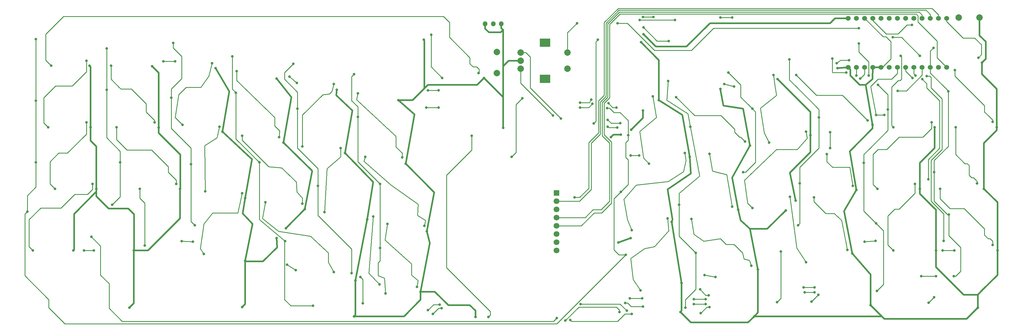
<source format=gbr>
G04 #@! TF.GenerationSoftware,KiCad,Pcbnew,(6.0.2-0)*
G04 #@! TF.CreationDate,2022-02-23T09:44:19+09:00*
G04 #@! TF.ProjectId,aliceball,616c6963-6562-4616-9c6c-2e6b69636164,rev?*
G04 #@! TF.SameCoordinates,Original*
G04 #@! TF.FileFunction,Copper,L1,Top*
G04 #@! TF.FilePolarity,Positive*
%FSLAX46Y46*%
G04 Gerber Fmt 4.6, Leading zero omitted, Abs format (unit mm)*
G04 Created by KiCad (PCBNEW (6.0.2-0)) date 2022-02-23 09:44:19*
%MOMM*%
%LPD*%
G01*
G04 APERTURE LIST*
G04 #@! TA.AperFunction,ComponentPad*
%ADD10R,1.800000X1.800000*%
G04 #@! TD*
G04 #@! TA.AperFunction,ComponentPad*
%ADD11C,1.800000*%
G04 #@! TD*
G04 #@! TA.AperFunction,ComponentPad*
%ADD12C,2.000000*%
G04 #@! TD*
G04 #@! TA.AperFunction,ComponentPad*
%ADD13R,3.200000X2.500000*%
G04 #@! TD*
G04 #@! TA.AperFunction,ComponentPad*
%ADD14O,1.500000X1.500000*%
G04 #@! TD*
G04 #@! TA.AperFunction,ComponentPad*
%ADD15C,1.524000*%
G04 #@! TD*
G04 #@! TA.AperFunction,ViaPad*
%ADD16C,0.800000*%
G04 #@! TD*
G04 #@! TA.AperFunction,Conductor*
%ADD17C,0.250000*%
G04 #@! TD*
G04 #@! TA.AperFunction,Conductor*
%ADD18C,0.500000*%
G04 #@! TD*
G04 APERTURE END LIST*
D10*
X184912000Y-74998000D03*
D11*
X184912000Y-77538000D03*
X184912000Y-80078000D03*
X184912000Y-82618000D03*
X184912000Y-85158000D03*
X184912000Y-87698000D03*
X184912000Y-90238000D03*
X184912000Y-92778000D03*
D12*
X173856000Y-31599500D03*
X173856000Y-34099500D03*
X173856000Y-36599500D03*
D13*
X181356000Y-28499500D03*
X181356000Y-39699500D03*
D12*
X188356000Y-31599500D03*
X188356000Y-36599500D03*
D14*
X167854000Y-22719500D03*
X165354000Y-22719500D03*
X162854000Y-22719500D03*
D12*
X309360500Y-20764500D03*
X315860500Y-20764500D03*
X166497000Y-31421000D03*
X166497000Y-37921000D03*
D15*
X275209000Y-20955000D03*
X275209000Y-36175000D03*
X277749000Y-36175000D03*
X280289000Y-36175000D03*
X282829000Y-36175000D03*
X285369000Y-36175000D03*
X287909000Y-36175000D03*
X290449000Y-36175000D03*
X292989000Y-36175000D03*
X295529000Y-36175000D03*
X298069000Y-36175000D03*
X300609000Y-36175000D03*
X303149000Y-36175000D03*
X305689000Y-36175000D03*
X305689000Y-20955000D03*
X303149000Y-20955000D03*
X300609000Y-20955000D03*
X298069000Y-20955000D03*
X295529000Y-20955000D03*
X292989000Y-20955000D03*
X290449000Y-20955000D03*
X287909000Y-20955000D03*
X285369000Y-20955000D03*
X282829000Y-20955000D03*
X280289000Y-20955000D03*
X277749000Y-20955000D03*
D16*
X145161000Y-43243500D03*
X270248151Y-33408849D03*
X192214500Y-47053500D03*
X148399500Y-43243500D03*
X274598000Y-37719000D03*
X195643500Y-46101000D03*
X171069000Y-63817500D03*
X283845000Y-50863500D03*
X174307500Y-45720000D03*
X207835500Y-63436500D03*
X286321500Y-50863500D03*
X210502500Y-63436500D03*
X299977000Y-70736000D03*
X295084500Y-39433500D03*
X298132500Y-39814500D03*
X299466000Y-38862000D03*
X304739500Y-89786000D03*
X68961000Y-89916000D03*
X72390000Y-90106500D03*
X280225500Y-90106500D03*
X296037000Y-38671500D03*
X283647199Y-89810637D03*
X79438500Y-36385500D03*
X253365000Y-39814500D03*
X321373500Y-92773500D03*
X315277500Y-110490000D03*
X277749000Y-74104500D03*
X241173000Y-80200500D03*
X244792500Y-60388500D03*
X247269000Y-98679000D03*
X52768500Y-110490000D03*
X98298000Y-39624000D03*
X35433000Y-92773500D03*
X119443500Y-62674500D03*
X235648500Y-42862500D03*
X321183000Y-54673500D03*
X220599000Y-84010500D03*
X255841500Y-80391000D03*
X126301500Y-83248500D03*
X223647000Y-102870000D03*
X116967000Y-43053000D03*
X168402000Y-54864000D03*
X297370500Y-73723500D03*
X136017000Y-46291500D03*
X301942500Y-54673500D03*
X207835500Y-88963500D03*
X87630000Y-110299500D03*
X100393500Y-59436000D03*
X122301000Y-113157000D03*
X208026000Y-55435500D03*
X143827500Y-27622500D03*
X258889500Y-77343000D03*
X81534000Y-56007000D03*
X162496500Y-39433500D03*
X107061000Y-80010000D03*
X223266000Y-111823500D03*
X211074000Y-28384500D03*
X144780000Y-86868000D03*
X282130500Y-109728000D03*
X88582500Y-96012000D03*
X263461500Y-57150000D03*
X59817000Y-35814000D03*
X316611000Y-34671000D03*
X271843500Y-36385500D03*
X98298000Y-88963500D03*
X54102000Y-92773500D03*
X282702000Y-53911500D03*
X40767000Y-54673500D03*
X204787500Y-56959500D03*
X68389500Y-73723500D03*
X101155500Y-85915500D03*
X142875000Y-105537000D03*
X138303000Y-65913000D03*
X246126000Y-113157000D03*
X40386000Y-35623500D03*
X61824521Y-54761479D03*
X204025500Y-90297000D03*
X159829500Y-113347500D03*
X276415500Y-93726000D03*
X42481500Y-73723500D03*
X211645500Y-49530000D03*
X88582500Y-76581000D03*
X216598500Y-46291500D03*
X122682000Y-102108000D03*
X302323500Y-92773500D03*
X317182500Y-73723500D03*
X201739500Y-57721500D03*
X226123500Y-63817500D03*
X211836000Y-25908000D03*
X315468000Y-33147000D03*
X308229000Y-36957000D03*
X319849500Y-52959000D03*
X315087000Y-72009000D03*
X308419500Y-54673500D03*
X303657000Y-73723500D03*
X319849500Y-91059000D03*
X308038500Y-92773500D03*
X304419000Y-92773500D03*
X289179000Y-92773500D03*
X295846500Y-72199500D03*
X300990000Y-53149500D03*
X284226000Y-73723500D03*
X289179000Y-54673500D03*
X291465000Y-32575500D03*
X275463000Y-33909000D03*
X271653000Y-34861500D03*
X281178000Y-52578000D03*
X259080000Y-38481000D03*
X268605000Y-62952500D03*
X269580858Y-61093141D03*
X269557500Y-56197500D03*
X276606000Y-72771000D03*
X274891500Y-92583000D03*
X264604500Y-76390500D03*
X257175000Y-76200000D03*
X262128000Y-96393000D03*
X245554500Y-79629000D03*
X262128000Y-56007000D03*
X252031500Y-38481000D03*
X250698000Y-59436000D03*
X236791500Y-41338500D03*
X239839500Y-42100500D03*
X243268500Y-59055000D03*
X221932500Y-45339000D03*
X232219500Y-62865000D03*
X239268000Y-79248000D03*
X226695000Y-83058000D03*
X245173500Y-97536000D03*
X234124500Y-100965000D03*
X230695500Y-100393500D03*
X210883500Y-105156000D03*
X219265500Y-82867500D03*
X224599500Y-62674500D03*
X208216500Y-86487000D03*
X213550500Y-65913000D03*
X214693500Y-45148500D03*
X203454000Y-48577500D03*
X196024500Y-47434500D03*
X192214500Y-48577500D03*
X144589500Y-48577500D03*
X200977500Y-47244000D03*
X148399500Y-48577500D03*
X137160000Y-64008000D03*
X123444000Y-44196000D03*
X125730000Y-63817500D03*
X144018000Y-85153500D03*
X132588000Y-84582000D03*
X141732000Y-104013000D03*
X130111500Y-103251000D03*
X128206500Y-82296000D03*
X118110000Y-61150500D03*
X113157000Y-80962500D03*
X116014500Y-41338500D03*
X106299000Y-60579000D03*
X102298500Y-39052500D03*
X104584500Y-40957500D03*
X85915500Y-37338000D03*
X99060000Y-57721500D03*
X106299000Y-78295500D03*
X87630000Y-57340500D03*
X116014500Y-99441000D03*
X94869000Y-77914500D03*
X104203500Y-98869500D03*
X101536500Y-97155000D03*
X75819000Y-93916500D03*
X87630000Y-75057000D03*
X80581500Y-54483000D03*
X76200000Y-74485500D03*
X69151500Y-53911500D03*
X78295500Y-34861500D03*
X63246000Y-34290000D03*
X66865500Y-34290000D03*
X60579000Y-53149500D03*
X47053500Y-35623500D03*
X48768000Y-54673500D03*
X67246500Y-72199500D03*
X56007000Y-73723500D03*
X57531000Y-91249500D03*
X38671500Y-92773500D03*
X41719500Y-92773500D03*
X41338500Y-72199500D03*
X22860000Y-92773500D03*
X39433500Y-53149500D03*
X29718000Y-73723500D03*
X39433500Y-34099500D03*
X27622500Y-54673500D03*
X160782000Y-37909500D03*
X28575000Y-35623500D03*
X149542500Y-39433500D03*
X146113500Y-26098500D03*
X197739000Y-27622500D03*
X196405500Y-53530500D03*
X158686500Y-57340500D03*
X163830000Y-113347500D03*
X204406500Y-111823500D03*
X187642500Y-114490500D03*
X232219500Y-110299500D03*
X229552500Y-112204500D03*
X265938000Y-106489500D03*
X263842500Y-108585000D03*
X300037500Y-108966000D03*
X301752000Y-107251500D03*
X206311500Y-94107000D03*
X207073500Y-57150000D03*
X23812500Y-46482000D03*
X200596500Y-48768000D03*
X204787500Y-74676000D03*
X21145500Y-80772000D03*
X23812500Y-65532000D03*
X23812500Y-27432000D03*
X208216500Y-112395000D03*
X40957500Y-88582500D03*
X45720000Y-43053000D03*
X224790000Y-110490000D03*
X189166500Y-114300000D03*
X219456000Y-40386000D03*
X228028500Y-93535500D03*
X49911000Y-65532000D03*
X211645500Y-20574000D03*
X222885000Y-78676500D03*
X214884000Y-20574000D03*
X45720000Y-30289500D03*
X47434500Y-78676500D03*
X226306062Y-54490938D03*
X184975500Y-113728500D03*
X72961500Y-84963000D03*
X221551500Y-21526500D03*
X65722500Y-45529500D03*
X210693000Y-21526500D03*
X238125000Y-37719000D03*
X66294000Y-28575000D03*
X242697000Y-68580000D03*
X71818500Y-66103500D03*
X245554500Y-48958500D03*
X219646500Y-28003500D03*
X149352000Y-110680500D03*
X109537500Y-109918500D03*
X85725000Y-44005500D03*
X253174500Y-108775500D03*
X235648500Y-20764500D03*
X84582000Y-32766000D03*
X239268000Y-20764500D03*
X100965000Y-89916000D03*
X192405000Y-109347000D03*
X259651500Y-84963000D03*
X227457000Y-109347000D03*
X256984500Y-33718500D03*
X260223000Y-72009000D03*
X266128500Y-51625500D03*
X231076500Y-109347000D03*
X92964000Y-65532000D03*
X146685000Y-112395000D03*
X206692500Y-111442500D03*
X211836000Y-23812500D03*
X254317500Y-93154500D03*
X264795000Y-105727500D03*
X231076500Y-107823000D03*
X121539000Y-99822000D03*
X261747000Y-105727500D03*
X284416500Y-41529000D03*
X124968000Y-109156500D03*
X287464500Y-49149000D03*
X211645500Y-110109000D03*
X145161000Y-111252000D03*
X206216250Y-109061250D03*
X111061500Y-72771000D03*
X283845000Y-84391500D03*
X104775000Y-48958500D03*
X148780500Y-109537500D03*
X227457000Y-107823000D03*
X103441500Y-35052000D03*
X290512500Y-43434000D03*
X278511000Y-28765500D03*
X281559000Y-38671500D03*
X280035000Y-65722500D03*
X124206000Y-100965000D03*
X284035500Y-105346500D03*
X297751500Y-100774500D03*
X261366000Y-104203500D03*
X130302000Y-92011500D03*
X122301000Y-38290500D03*
X232029000Y-106680000D03*
X302323500Y-100774500D03*
X301561500Y-30099000D03*
X264795000Y-104203500D03*
X123444000Y-51435000D03*
X207645000Y-107632500D03*
X130302000Y-72199500D03*
X229362000Y-104775000D03*
X306133500Y-43624500D03*
X307848000Y-100774500D03*
X301752000Y-68580000D03*
X306324000Y-81724500D03*
X211455000Y-107632500D03*
X132016500Y-106108500D03*
X297370500Y-32575500D03*
X203835000Y-22479000D03*
X191262000Y-22479000D03*
X288988500Y-26860500D03*
X278511000Y-24003000D03*
X186309000Y-52006500D03*
X278892000Y-39624000D03*
X203746872Y-54775872D03*
X200787000Y-54483000D03*
X204693854Y-53433646D03*
X277749000Y-38671500D03*
X183832500Y-51054000D03*
X200787000Y-52387500D03*
X294894000Y-23050500D03*
X190500000Y-76390500D03*
D17*
X245554500Y-79629000D02*
X244030500Y-78105000D01*
X244030500Y-77914500D02*
X243078000Y-71247000D01*
X244030500Y-78105000D02*
X244030500Y-77914500D01*
X243078000Y-71247000D02*
X243078000Y-71056500D01*
X243078000Y-71056500D02*
X252984000Y-61531500D01*
X252984000Y-61531500D02*
X259461000Y-61531500D01*
X259461000Y-61531500D02*
X262509000Y-58102500D01*
X262509000Y-58102500D02*
X262128000Y-56007000D01*
X276606000Y-72771000D02*
X275653500Y-67056000D01*
X268605000Y-65341500D02*
X268605000Y-62952500D01*
X275653500Y-67056000D02*
X270319500Y-67056000D01*
X270319500Y-67056000D02*
X268605000Y-65341500D01*
X202311000Y-48577500D02*
X200977500Y-47244000D01*
X203454000Y-48577500D02*
X202311000Y-48577500D01*
X200787000Y-52387500D02*
X201833146Y-53433646D01*
X201833146Y-53433646D02*
X204693854Y-53433646D01*
X300609000Y-20955000D02*
X300609000Y-19812000D01*
X198501000Y-56769000D02*
X195643500Y-59626500D01*
X299275500Y-18478500D02*
X204216000Y-18478500D01*
X195643500Y-59626500D02*
X195643500Y-73914000D01*
X204216000Y-18478500D02*
X200215500Y-22479000D01*
X200215500Y-22479000D02*
X200215500Y-45148500D01*
X300609000Y-19812000D02*
X299275500Y-18478500D01*
X198501000Y-46863000D02*
X198501000Y-56769000D01*
X200215500Y-45148500D02*
X198501000Y-46863000D01*
X195643500Y-73914000D02*
X192019500Y-77538000D01*
X192019500Y-77538000D02*
X184912000Y-77538000D01*
X303149000Y-20955000D02*
X303149000Y-19875500D01*
X303149000Y-19875500D02*
X301180500Y-17907000D01*
X197929500Y-46482000D02*
X197929500Y-56388000D01*
X197929500Y-56388000D02*
X194881500Y-59436000D01*
X301180500Y-17907000D02*
X204025500Y-17907000D01*
X199644000Y-22288500D02*
X199644000Y-44767500D01*
X204025500Y-17907000D02*
X199644000Y-22288500D01*
X194881500Y-59436000D02*
X194881500Y-73533000D01*
X199644000Y-44767500D02*
X197929500Y-46482000D01*
X194881500Y-73533000D02*
X192024000Y-76390500D01*
X192024000Y-76390500D02*
X190500000Y-76390500D01*
X246507000Y-65532000D02*
X243459000Y-68580000D01*
X208216500Y-112395000D02*
X206121000Y-112395000D01*
X206121000Y-112395000D02*
X203835000Y-114681000D01*
X203835000Y-114681000D02*
X189547500Y-114681000D01*
X189547500Y-114681000D02*
X189166500Y-114300000D01*
X199644000Y-52387500D02*
X199644000Y-56959500D01*
X195643500Y-46101000D02*
X195072000Y-47053500D01*
X274598000Y-37719000D02*
X270319500Y-37719000D01*
X145161000Y-43243500D02*
X148399500Y-43243500D01*
X270319500Y-37719000D02*
X270248151Y-37647651D01*
X270248151Y-37647651D02*
X270248151Y-33408849D01*
X195072000Y-47053500D02*
X192214500Y-47053500D01*
X282130500Y-42100500D02*
X283845000Y-50863500D01*
X286321500Y-50863500D02*
X283845000Y-50863500D01*
X210502500Y-63436500D02*
X207835500Y-63436500D01*
X284416500Y-39814500D02*
X282130500Y-42100500D01*
X172402500Y-62484000D02*
X172402500Y-62103000D01*
X288607500Y-39814500D02*
X284416500Y-39814500D01*
X290449000Y-36175000D02*
X290449000Y-37973000D01*
X172402500Y-47625000D02*
X174307500Y-45720000D01*
X171069000Y-63817500D02*
X172402500Y-62484000D01*
X172402500Y-62103000D02*
X172402500Y-47625000D01*
X290449000Y-37973000D02*
X288607500Y-39814500D01*
X298132500Y-39814500D02*
X299499021Y-41181021D01*
X292989000Y-37338000D02*
X295084500Y-39433500D01*
X303466500Y-61150500D02*
X299977000Y-64640000D01*
X303466500Y-46482000D02*
X303466500Y-61150500D01*
X299977000Y-64640000D02*
X299977000Y-70736000D01*
X292989000Y-36175000D02*
X292989000Y-37338000D01*
X299499021Y-42514521D02*
X303466500Y-46482000D01*
X299499021Y-41181021D02*
X299499021Y-42514521D01*
X304228500Y-45910500D02*
X304228500Y-61531500D01*
X295529000Y-38163500D02*
X296037000Y-38671500D01*
X300799500Y-42481500D02*
X304228500Y-45910500D01*
X300418500Y-38862000D02*
X300799500Y-39243000D01*
X299466000Y-38862000D02*
X300418500Y-38862000D01*
X68961000Y-89916000D02*
X72390000Y-90106500D01*
X304228500Y-61531500D02*
X300799500Y-64960500D01*
X300799500Y-39243000D02*
X300799500Y-42481500D01*
X295529000Y-36175000D02*
X295529000Y-38163500D01*
X304739500Y-81473500D02*
X304739500Y-89786000D01*
X280225500Y-90106500D02*
X283647199Y-89810637D01*
X300799500Y-64960500D02*
X300799500Y-77533500D01*
X300799500Y-77533500D02*
X304739500Y-81473500D01*
D18*
X162854000Y-24170000D02*
X164020500Y-25336500D01*
X321183000Y-55626000D02*
X317944500Y-58864500D01*
X250126500Y-86106000D02*
X244792500Y-86106000D01*
X35623500Y-82296000D02*
X35623500Y-92583000D01*
X302323500Y-80200500D02*
X302323500Y-92773500D01*
D17*
X280289000Y-20955000D02*
X286004000Y-26670000D01*
D18*
X35623500Y-92583000D02*
X35433000Y-92773500D01*
X158115000Y-109728000D02*
X151447500Y-109728000D01*
X278701500Y-41529000D02*
X280606500Y-41529000D01*
X54102000Y-92773500D02*
X54204521Y-92670979D01*
X244221000Y-115062000D02*
X246126000Y-113157000D01*
X40767000Y-58864500D02*
X42481500Y-60579000D01*
X159829500Y-113347500D02*
X159829500Y-111442500D01*
X297370500Y-75247500D02*
X301752000Y-79629000D01*
X317182500Y-59626500D02*
X317182500Y-73723500D01*
D17*
X286893000Y-26670000D02*
X288417000Y-28194000D01*
D18*
X122682000Y-112776000D02*
X122301000Y-113157000D01*
X42481500Y-73723500D02*
X42481500Y-74676000D01*
X223266000Y-111823500D02*
X226504500Y-115062000D01*
X297370500Y-73723500D02*
X297370500Y-75247500D01*
X317754000Y-33528000D02*
X316611000Y-34671000D01*
X35623500Y-81534000D02*
X35623500Y-82296000D01*
X219265500Y-73914000D02*
X220789500Y-83248500D01*
X68389500Y-73723500D02*
X68389500Y-82867500D01*
X263461500Y-62388750D02*
X257175000Y-68770500D01*
X151447500Y-109728000D02*
X147256500Y-105537000D01*
X94107000Y-96202500D02*
X88773000Y-96202500D01*
X246126000Y-113157000D02*
X285559500Y-113157000D01*
X87820500Y-81343500D02*
X90868500Y-84582000D01*
X302323500Y-97917000D02*
X310896000Y-106489500D01*
X244792500Y-86106000D02*
X247269000Y-98679000D01*
D17*
X285770000Y-36175000D02*
X285369000Y-36175000D01*
D18*
X144018000Y-27813000D02*
X144018000Y-42672000D01*
X321373500Y-100393500D02*
X316611000Y-105156000D01*
X46291500Y-79819500D02*
X42481500Y-76009500D01*
X58483500Y-92773500D02*
X54102000Y-92773500D01*
X255841500Y-80391000D02*
X250126500Y-86106000D01*
X107061000Y-80010000D02*
X101155500Y-85915500D01*
X121729500Y-49530000D02*
X116776500Y-44767500D01*
X137731500Y-113157000D02*
X142875000Y-108013500D01*
X167640000Y-25336500D02*
X168402000Y-24574500D01*
X128206500Y-71628000D02*
X119443500Y-62674500D01*
X142875000Y-105537000D02*
X145732500Y-90487500D01*
X54204521Y-81636521D02*
X52387500Y-79819500D01*
X315860500Y-20764500D02*
X315860500Y-26300500D01*
X145732500Y-90487500D02*
X144780000Y-86868000D01*
X42481500Y-60579000D02*
X42481500Y-73723500D01*
X316611000Y-38290500D02*
X320230500Y-41910000D01*
X88773000Y-96202500D02*
X88582500Y-96012000D01*
X40767000Y-54673500D02*
X40767000Y-58864500D01*
X102870000Y-45339000D02*
X98298000Y-39624000D01*
X140398500Y-46291500D02*
X136017000Y-46291500D01*
X159829500Y-111442500D02*
X158115000Y-109728000D01*
X285559500Y-113157000D02*
X286321500Y-113919000D01*
X68389500Y-82867500D02*
X58483500Y-92773500D01*
X257175000Y-68770500D02*
X258889500Y-77343000D01*
X61824521Y-56490521D02*
X68492021Y-63158021D01*
X247269000Y-112014000D02*
X246126000Y-113157000D01*
X83629500Y-43624500D02*
X81534000Y-56007000D01*
X275844000Y-36810000D02*
X275844000Y-38671500D01*
X42481500Y-74676000D02*
X42291000Y-74866500D01*
X40386000Y-35623500D02*
X40767000Y-36004500D01*
X276415500Y-93726000D02*
X273939000Y-80581500D01*
X122301000Y-113157000D02*
X137731500Y-113157000D01*
X321373500Y-92773500D02*
X321373500Y-100393500D01*
X109347000Y-68199000D02*
X109156500Y-68008500D01*
X164020500Y-25336500D02*
X167640000Y-25336500D01*
X40767000Y-36004500D02*
X40767000Y-54673500D01*
X204787500Y-56959500D02*
X202501500Y-56959500D01*
X100393500Y-59436000D02*
X102489000Y-47815500D01*
X147066000Y-74866500D02*
X144780000Y-86868000D01*
X102489000Y-47815500D02*
X102870000Y-45339000D01*
X223647000Y-102870000D02*
X223647000Y-111442500D01*
X235648500Y-43053000D02*
X236601000Y-48006000D01*
X61824521Y-54761479D02*
X61824521Y-56490521D01*
X277749000Y-74104500D02*
X275653500Y-62103000D01*
X122682000Y-102108000D02*
X126301500Y-83248500D01*
X126301500Y-83248500D02*
X128206500Y-71628000D01*
X317754000Y-28194000D02*
X317754000Y-33528000D01*
X282702000Y-53911500D02*
X282702000Y-55054500D01*
X107061000Y-80010000D02*
X109347000Y-68199000D01*
X275209000Y-36175000D02*
X275844000Y-36810000D01*
X275844000Y-38671500D02*
X278701500Y-41529000D01*
X220599000Y-84010500D02*
X223647000Y-102870000D01*
X316611000Y-34671000D02*
X316611000Y-38290500D01*
X235648500Y-42862500D02*
X235648500Y-43053000D01*
X315860500Y-26300500D02*
X317754000Y-28194000D01*
X202501500Y-56959500D02*
X201739500Y-57721500D01*
X168402000Y-35814000D02*
X168402000Y-24574500D01*
X122682000Y-102108000D02*
X122682000Y-112776000D01*
X247269000Y-98679000D02*
X247269000Y-112014000D01*
X271843500Y-36385500D02*
X275209000Y-36175000D01*
X59817000Y-35814000D02*
X61824521Y-37821521D01*
X168402000Y-45339000D02*
X168402000Y-54864000D01*
X242697000Y-48958500D02*
X244792500Y-60388500D01*
X140970000Y-50673000D02*
X136017000Y-46291500D01*
X253365000Y-39814500D02*
X263461500Y-49911000D01*
X310896000Y-106489500D02*
X315277500Y-106489500D01*
X317944500Y-58864500D02*
X317182500Y-59626500D01*
X302323500Y-92773500D02*
X302323500Y-97917000D01*
X42481500Y-76009500D02*
X42481500Y-74676000D01*
X282829000Y-36175000D02*
X282702000Y-39814500D01*
X321183000Y-42862500D02*
X321183000Y-54673500D01*
X162496500Y-39433500D02*
X168402000Y-45339000D01*
X320230500Y-41910000D02*
X321183000Y-42862500D01*
X54102000Y-109156500D02*
X52768500Y-110490000D01*
X236601000Y-48006000D02*
X242697000Y-48958500D01*
X144018000Y-42672000D02*
X140398500Y-46291500D01*
X170116500Y-34099500D02*
X173856000Y-34099500D01*
X88582500Y-96012000D02*
X88582500Y-109347000D01*
X42291000Y-74866500D02*
X35623500Y-81534000D01*
X88582500Y-76581000D02*
X87820500Y-81343500D01*
X204025500Y-90297000D02*
X207835500Y-88963500D01*
D17*
X286004000Y-26670000D02*
X286893000Y-26670000D01*
D18*
X241173000Y-80200500D02*
X241935000Y-83439000D01*
X208026000Y-55435500D02*
X211645500Y-51816000D01*
X142875000Y-108013500D02*
X142875000Y-105537000D01*
X61824521Y-37821521D02*
X61824521Y-54761479D01*
X98298000Y-88963500D02*
X98488500Y-91821000D01*
X301942500Y-54673500D02*
X301942500Y-61150500D01*
X79438500Y-36385500D02*
X83629500Y-43624500D01*
X321183000Y-54673500D02*
X321183000Y-55626000D01*
X54204521Y-92670979D02*
X54204521Y-81636521D01*
X282130500Y-109728000D02*
X286321500Y-113919000D01*
X81534000Y-56007000D02*
X90678000Y-64579500D01*
X144018000Y-42672000D02*
X145161000Y-41529000D01*
X119443500Y-62674500D02*
X121729500Y-49530000D01*
X276415500Y-93726000D02*
X282130500Y-100203000D01*
X282702000Y-55054500D02*
X275653500Y-62103000D01*
X263461500Y-57150000D02*
X263461500Y-62388750D01*
X162854000Y-22719500D02*
X162854000Y-24170000D01*
X168402000Y-45339000D02*
X168402000Y-35814000D01*
X147256500Y-105537000D02*
X142875000Y-105537000D01*
X273939000Y-80581500D02*
X277749000Y-74104500D01*
X90678000Y-64579500D02*
X88582500Y-76581000D01*
X321373500Y-77914500D02*
X321373500Y-92773500D01*
X223837500Y-50863500D02*
X216598500Y-46291500D01*
X297370500Y-65722500D02*
X297370500Y-73723500D01*
X239268000Y-70294500D02*
X244792500Y-60388500D01*
X167854000Y-24026500D02*
X167854000Y-22719500D01*
X168402000Y-24574500D02*
X167854000Y-24026500D01*
X226504500Y-68961000D02*
X219265500Y-73914000D01*
X168402000Y-35814000D02*
X170116500Y-34099500D01*
X54102000Y-92773500D02*
X54102000Y-109156500D01*
D17*
X288417000Y-33528000D02*
X285770000Y-36175000D01*
D18*
X211074000Y-28384500D02*
X216598500Y-33909000D01*
X52387500Y-79819500D02*
X46291500Y-79819500D01*
X211645500Y-51816000D02*
X211645500Y-49530000D01*
X145161000Y-41529000D02*
X160401000Y-41529000D01*
X241935000Y-83439000D02*
X244792500Y-86106000D01*
X90868500Y-84582000D02*
X88582500Y-96012000D01*
X226504500Y-115062000D02*
X244221000Y-115062000D01*
X109156500Y-68008500D02*
X100393500Y-59436000D01*
X297561000Y-65532000D02*
X297370500Y-65722500D01*
X226123500Y-63817500D02*
X226504500Y-68961000D01*
X317182500Y-73723500D02*
X321373500Y-77914500D01*
X216598500Y-33909000D02*
X216598500Y-46291500D01*
X143827500Y-27622500D02*
X144018000Y-27813000D01*
X301942500Y-61150500D02*
X297561000Y-65532000D01*
X68492021Y-73620979D02*
X68389500Y-73723500D01*
X301752000Y-79629000D02*
X302323500Y-80200500D01*
X98488500Y-91821000D02*
X94107000Y-96202500D01*
X315277500Y-106489500D02*
X315277500Y-110490000D01*
X138303000Y-65913000D02*
X147066000Y-74866500D01*
X68492021Y-63158021D02*
X68492021Y-73620979D01*
X220789500Y-83248500D02*
X220599000Y-84010500D01*
X88582500Y-109347000D02*
X87630000Y-110299500D01*
X316611000Y-105156000D02*
X315277500Y-106489500D01*
X138303000Y-65913000D02*
X140970000Y-50673000D01*
X311848500Y-113919000D02*
X315277500Y-110490000D01*
X282829000Y-36175000D02*
X285369000Y-36175000D01*
D17*
X288417000Y-28194000D02*
X288417000Y-33528000D01*
D18*
X223647000Y-111442500D02*
X223266000Y-111823500D01*
X282130500Y-100203000D02*
X282130500Y-109728000D01*
X226123500Y-63817500D02*
X223837500Y-50863500D01*
X280606500Y-41529000D02*
X282702000Y-53911500D01*
X286321500Y-113919000D02*
X311848500Y-113919000D01*
X160401000Y-41529000D02*
X162496500Y-39433500D01*
X241173000Y-80200500D02*
X239268000Y-70294500D01*
X263461500Y-49911000D02*
X263461500Y-57150000D01*
X282702000Y-39814500D02*
X280606500Y-41529000D01*
X116776500Y-44767500D02*
X116967000Y-43053000D01*
X271081500Y-20955000D02*
X275209000Y-20955000D01*
X269557500Y-22479000D02*
X271081500Y-20955000D01*
X211836000Y-25908000D02*
X215646000Y-29718000D01*
X215646000Y-29718000D02*
X225171000Y-29718000D01*
X232410000Y-22479000D02*
X269557500Y-22479000D01*
X225171000Y-29718000D02*
X232410000Y-22479000D01*
D17*
X305689000Y-20955000D02*
X305689000Y-22032630D01*
X312229500Y-27051000D02*
X314325000Y-27051000D01*
X316420500Y-29146500D02*
X316420500Y-32194500D01*
X310707370Y-27051000D02*
X312229500Y-27051000D01*
X316420500Y-32194500D02*
X315468000Y-33147000D01*
X314325000Y-27051000D02*
X316420500Y-29146500D01*
X305689000Y-22032630D02*
X310707370Y-27051000D01*
X308229000Y-38862000D02*
X317373000Y-48006000D01*
X317373000Y-48006000D02*
X317373000Y-49911000D01*
X318706500Y-51244500D02*
X319849500Y-52387500D01*
X308229000Y-36957000D02*
X308229000Y-38862000D01*
X319849500Y-52387500D02*
X319849500Y-52959000D01*
X317373000Y-49911000D02*
X318706500Y-51244500D01*
X308419500Y-54673500D02*
X308419500Y-63055500D01*
X313944000Y-70294500D02*
X314706000Y-71056500D01*
X314706000Y-71056500D02*
X315087000Y-71437500D01*
X308419500Y-63055500D02*
X311277000Y-65913000D01*
X312610500Y-66484500D02*
X312610500Y-69532500D01*
X313753500Y-70294500D02*
X313944000Y-70294500D01*
X313372500Y-70294500D02*
X313753500Y-70294500D01*
X315087000Y-71437500D02*
X315087000Y-72009000D01*
X312610500Y-69532500D02*
X313372500Y-70294500D01*
X312039000Y-65913000D02*
X312610500Y-66484500D01*
X311277000Y-65913000D02*
X312039000Y-65913000D01*
X303657000Y-76771500D02*
X306705000Y-79819500D01*
X303657000Y-73723500D02*
X303657000Y-76771500D01*
X311086500Y-79819500D02*
X317373000Y-86106000D01*
X318516000Y-89154000D02*
X319087500Y-89154000D01*
X317373000Y-88011000D02*
X318516000Y-89154000D01*
X319849500Y-89916000D02*
X319849500Y-91059000D01*
X319087500Y-89154000D02*
X319849500Y-89916000D01*
X317373000Y-86106000D02*
X317373000Y-88011000D01*
X306705000Y-79819500D02*
X311086500Y-79819500D01*
X308038500Y-92773500D02*
X304419000Y-92773500D01*
X288607500Y-80962500D02*
X289560000Y-80010000D01*
X289179000Y-92773500D02*
X287464500Y-91059000D01*
X295846500Y-75057000D02*
X295846500Y-72199500D01*
X287464500Y-82105500D02*
X288607500Y-80962500D01*
X289560000Y-80010000D02*
X290893500Y-80010000D01*
X287464500Y-91059000D02*
X287464500Y-86677500D01*
X287464500Y-86677500D02*
X287464500Y-82105500D01*
X290893500Y-80010000D02*
X295846500Y-75057000D01*
X287083500Y-61531500D02*
X290893500Y-57721500D01*
X298323000Y-57721500D02*
X300990000Y-55054500D01*
X284226000Y-73723500D02*
X282892500Y-72390000D01*
X282892500Y-72390000D02*
X282892500Y-63055500D01*
X282892500Y-63055500D02*
X284416500Y-61531500D01*
X284416500Y-61531500D02*
X287083500Y-61531500D01*
X290893500Y-57721500D02*
X298323000Y-57721500D01*
X300990000Y-55054500D02*
X300990000Y-53149500D01*
X291655500Y-39814500D02*
X291655500Y-32766000D01*
X291274500Y-40195500D02*
X291655500Y-39814500D01*
X290703000Y-40195500D02*
X291274500Y-40195500D01*
X289179000Y-54673500D02*
X288629979Y-54124479D01*
X288629979Y-54124479D02*
X288629979Y-42268521D01*
X291655500Y-32766000D02*
X291465000Y-32575500D01*
X288629979Y-42268521D02*
X290703000Y-40195500D01*
X271653000Y-34861500D02*
X272796000Y-33909000D01*
X272796000Y-33909000D02*
X275463000Y-33909000D01*
X273367500Y-44767500D02*
X281178000Y-52578000D01*
X259080000Y-38481000D02*
X265366500Y-44767500D01*
X265366500Y-44767500D02*
X273367500Y-44767500D01*
X269557500Y-61069783D02*
X269580858Y-61093141D01*
X269557500Y-56197500D02*
X269557500Y-61069783D01*
X264604500Y-77724000D02*
X264604500Y-76390500D01*
X273177000Y-83439000D02*
X270891000Y-81343500D01*
X270891000Y-81343500D02*
X268224000Y-81343500D01*
X274891500Y-92583000D02*
X273177000Y-83439000D01*
X268224000Y-81343500D02*
X264604500Y-77724000D01*
X259270500Y-92011500D02*
X262128000Y-96393000D01*
X257175000Y-76200000D02*
X259270500Y-92011500D01*
X249174000Y-56388000D02*
X248031000Y-48768000D01*
X248031000Y-48768000D02*
X252984000Y-44767500D01*
X250698000Y-59436000D02*
X249174000Y-56388000D01*
X252603000Y-42291000D02*
X252031500Y-38481000D01*
X252984000Y-44767500D02*
X252603000Y-42291000D01*
X236791500Y-41338500D02*
X239839500Y-42100500D01*
X235839000Y-51054000D02*
X237934500Y-53149500D01*
X240030000Y-55245000D02*
X240030000Y-56197500D01*
X221932500Y-45339000D02*
X227647500Y-51054000D01*
X241935000Y-57721500D02*
X243268500Y-59055000D01*
X237934500Y-53149500D02*
X240030000Y-55245000D01*
X240030000Y-56197500D02*
X241554000Y-57721500D01*
X227647500Y-51054000D02*
X234315000Y-51054000D01*
X234315000Y-51054000D02*
X235839000Y-51054000D01*
X241554000Y-57721500D02*
X241935000Y-57721500D01*
X233172000Y-68199000D02*
X232219500Y-62865000D01*
X237553500Y-69342000D02*
X233172000Y-68199000D01*
X239268000Y-79248000D02*
X237553500Y-69342000D01*
X235648500Y-89154000D02*
X237440683Y-90946183D01*
X239917183Y-90946183D02*
X242506500Y-93535500D01*
X227457000Y-87820500D02*
X230505000Y-89916000D01*
X244602000Y-95821500D02*
X245173500Y-97536000D01*
X242887500Y-95440500D02*
X244602000Y-95821500D01*
X230505000Y-89916000D02*
X235648500Y-89154000D01*
X226695000Y-83058000D02*
X227457000Y-87820500D01*
X242506500Y-93535500D02*
X242887500Y-95440500D01*
X237440683Y-90946183D02*
X239917183Y-90946183D01*
X234124500Y-100965000D02*
X230695500Y-100393500D01*
X207835500Y-95250000D02*
X208597500Y-101727000D01*
X219646500Y-86677500D02*
X215265000Y-91630500D01*
X219265500Y-82867500D02*
X219646500Y-86677500D01*
X208597500Y-101727000D02*
X210883500Y-105156000D01*
X215265000Y-91630500D02*
X212217000Y-92202000D01*
X212217000Y-92202000D02*
X207835500Y-95250000D01*
X206883000Y-83248500D02*
X205740000Y-76962000D01*
X224980500Y-64960500D02*
X224599500Y-62674500D01*
X208216500Y-86487000D02*
X206883000Y-83248500D01*
X205740000Y-76962000D02*
X209550000Y-72580500D01*
X209550000Y-72580500D02*
X219456000Y-71437500D01*
X224218500Y-68389500D02*
X224980500Y-64960500D01*
X219456000Y-71437500D02*
X224218500Y-68389500D01*
X210693000Y-55928559D02*
X215836500Y-51625500D01*
X213550500Y-65913000D02*
X211836000Y-64198500D01*
X211836000Y-64198500D02*
X210693000Y-55928559D01*
X215836500Y-51625500D02*
X214693500Y-45148500D01*
X148399500Y-48577500D02*
X144589500Y-48577500D01*
X194881500Y-48577500D02*
X192214500Y-48577500D01*
X196024500Y-47434500D02*
X194881500Y-48577500D01*
X123444000Y-44196000D02*
X123063000Y-46101000D01*
X137160000Y-62674500D02*
X137160000Y-64008000D01*
X135064500Y-57340500D02*
X135255000Y-57531000D01*
X123063000Y-46101000D02*
X135064500Y-57340500D01*
X135255000Y-60769500D02*
X137160000Y-62674500D01*
X135255000Y-57531000D02*
X135255000Y-60769500D01*
X141922500Y-81915000D02*
X144399000Y-83439000D01*
X125730000Y-63817500D02*
X125349000Y-65151000D01*
X133731000Y-72580500D02*
X142113000Y-78486000D01*
X142113000Y-78486000D02*
X141922500Y-81915000D01*
X144399000Y-83439000D02*
X144018000Y-85153500D01*
X125349000Y-65151000D02*
X133731000Y-72580500D01*
X141732000Y-104013000D02*
X142113000Y-102108000D01*
X131826000Y-89535000D02*
X132588000Y-84582000D01*
X140017500Y-96964500D02*
X131826000Y-89535000D01*
X142113000Y-102108000D02*
X140017500Y-100393500D01*
X140017500Y-100393500D02*
X140017500Y-96964500D01*
X128206500Y-82296000D02*
X126873000Y-99822000D01*
X126873000Y-99822000D02*
X130111500Y-103251000D01*
X118110000Y-63817500D02*
X118110000Y-61150500D01*
X113157000Y-80962500D02*
X113919000Y-67437000D01*
X113919000Y-67437000D02*
X118110000Y-63817500D01*
X106299000Y-50863500D02*
X112585500Y-44577000D01*
X115443000Y-43624500D02*
X116014500Y-41338500D01*
X106299000Y-60579000D02*
X106299000Y-50863500D01*
X112585500Y-44577000D02*
X114681000Y-44386500D01*
X114681000Y-44386500D02*
X115443000Y-43624500D01*
X104584500Y-40957500D02*
X102298500Y-39052500D01*
X97726500Y-51625500D02*
X97726500Y-54292500D01*
X85915500Y-37338000D02*
X85915500Y-40195500D01*
X99250500Y-55816500D02*
X99060000Y-57721500D01*
X97726500Y-54292500D02*
X99250500Y-55816500D01*
X85915500Y-40195500D02*
X97726500Y-51625500D01*
X99822000Y-67246500D02*
X104394000Y-71628000D01*
X87630000Y-57340500D02*
X87630000Y-58674000D01*
X106299000Y-76581000D02*
X106299000Y-78295500D01*
X104584500Y-74676000D02*
X106299000Y-76581000D01*
X95821500Y-66865500D02*
X99822000Y-67246500D01*
X87630000Y-58674000D02*
X95821500Y-66865500D01*
X104394000Y-71628000D02*
X104584500Y-74676000D01*
X94869000Y-77914500D02*
X93916500Y-82867500D01*
X114300000Y-96393000D02*
X116014500Y-99441000D01*
X114300000Y-93535500D02*
X114300000Y-96393000D01*
X98869500Y-86868000D02*
X108775500Y-88392000D01*
X108775500Y-88392000D02*
X114300000Y-93535500D01*
X93916500Y-82867500D02*
X98869500Y-86868000D01*
X104203500Y-98869500D02*
X101536500Y-97155000D01*
X75819000Y-84582000D02*
X78486000Y-81153000D01*
X86296500Y-81153000D02*
X87630000Y-75057000D01*
X75819000Y-93916500D02*
X74676000Y-92202000D01*
X78486000Y-81153000D02*
X86296500Y-81153000D01*
X74676000Y-92202000D02*
X75819000Y-84582000D01*
X79819500Y-57912000D02*
X80581500Y-54483000D01*
X76200000Y-74485500D02*
X76009500Y-60388500D01*
X76009500Y-60388500D02*
X79819500Y-57912000D01*
X70294500Y-42291000D02*
X74866500Y-42291000D01*
X66865500Y-51625500D02*
X68008500Y-44577000D01*
X74866500Y-42291000D02*
X77343000Y-38862000D01*
X77343000Y-38862000D02*
X78295500Y-34861500D01*
X69151500Y-53911500D02*
X66865500Y-51625500D01*
X68008500Y-44577000D02*
X70294500Y-42291000D01*
X66865500Y-34290000D02*
X63246000Y-34290000D01*
X57912000Y-49911000D02*
X59436000Y-51435000D01*
X59436000Y-51435000D02*
X60579000Y-52578000D01*
X53340000Y-42862500D02*
X57912000Y-47434500D01*
X47053500Y-35623500D02*
X47053500Y-39814500D01*
X50101500Y-42862500D02*
X52006500Y-42862500D01*
X52006500Y-42862500D02*
X53340000Y-42862500D01*
X47053500Y-39814500D02*
X49530000Y-42291000D01*
X57912000Y-47434500D02*
X57912000Y-49911000D01*
X60579000Y-52578000D02*
X60579000Y-53149500D01*
X49530000Y-42291000D02*
X50101500Y-42862500D01*
X64770000Y-68580000D02*
X67246500Y-71056500D01*
X52006500Y-61722000D02*
X59626500Y-61722000D01*
X48768000Y-54673500D02*
X48768000Y-58483500D01*
X48768000Y-58483500D02*
X52006500Y-61722000D01*
X59626500Y-61722000D02*
X64770000Y-66865500D01*
X67246500Y-71056500D02*
X67246500Y-72199500D01*
X64770000Y-66865500D02*
X64770000Y-68580000D01*
X56007000Y-73723500D02*
X56007000Y-76581000D01*
X57531000Y-78105000D02*
X57531000Y-91249500D01*
X56007000Y-76581000D02*
X57531000Y-78105000D01*
X41719500Y-92773500D02*
X38671500Y-92773500D01*
X21717000Y-91630500D02*
X21717000Y-83248500D01*
X21717000Y-83248500D02*
X25336500Y-79629000D01*
X41338500Y-73914000D02*
X41338500Y-72199500D01*
X39814500Y-75438000D02*
X41338500Y-73914000D01*
X31623000Y-79629000D02*
X35814000Y-75438000D01*
X22860000Y-92773500D02*
X21717000Y-91630500D01*
X25336500Y-79629000D02*
X31623000Y-79629000D01*
X35814000Y-75438000D02*
X39814500Y-75438000D01*
X30861000Y-62674500D02*
X31623000Y-62674500D01*
X38671500Y-57531000D02*
X39433500Y-56769000D01*
X33528000Y-62674500D02*
X38671500Y-57531000D01*
X28194000Y-72199500D02*
X28194000Y-65341500D01*
X31623000Y-62674500D02*
X33528000Y-62674500D01*
X39433500Y-56769000D02*
X39433500Y-53149500D01*
X28194000Y-65341500D02*
X30861000Y-62674500D01*
X29718000Y-73723500D02*
X28194000Y-72199500D01*
X29908500Y-41910000D02*
X33147000Y-41910000D01*
X27622500Y-54673500D02*
X26289000Y-53340000D01*
X35052000Y-41910000D02*
X38862000Y-38100000D01*
X26289000Y-45529500D02*
X29908500Y-41910000D01*
X38862000Y-38100000D02*
X39433500Y-37528500D01*
X26289000Y-53340000D02*
X26289000Y-45529500D01*
X33147000Y-41910000D02*
X35052000Y-41910000D01*
X39433500Y-37528500D02*
X39433500Y-34099500D01*
X160782000Y-37909500D02*
X160972500Y-37719000D01*
X160972500Y-37719000D02*
X160972500Y-36766500D01*
X160972500Y-36766500D02*
X160210500Y-36004500D01*
X158115000Y-33147000D02*
X151828500Y-26860500D01*
X151828500Y-26860500D02*
X151828500Y-22288500D01*
X26860500Y-25908000D02*
X26860500Y-33909000D01*
X160210500Y-36004500D02*
X159067500Y-36004500D01*
X158115000Y-35052000D02*
X158115000Y-33147000D01*
X151828500Y-22288500D02*
X149923500Y-20383500D01*
X149923500Y-20383500D02*
X32385000Y-20383500D01*
X159067500Y-36004500D02*
X158115000Y-35052000D01*
X26860500Y-33909000D02*
X28575000Y-35623500D01*
X32385000Y-20383500D02*
X26860500Y-25908000D01*
X149542500Y-39433500D02*
X146113500Y-36004500D01*
X146113500Y-36004500D02*
X146113500Y-26098500D01*
X196405500Y-53530500D02*
X197130011Y-52805989D01*
X197130011Y-52805989D02*
X197130011Y-28231489D01*
X197130011Y-28231489D02*
X197739000Y-27622500D01*
X150876000Y-98107500D02*
X164401500Y-111633000D01*
X164401500Y-111633000D02*
X164401500Y-112776000D01*
X158686500Y-57340500D02*
X158686500Y-61722000D01*
X150876000Y-69532500D02*
X150876000Y-98107500D01*
X158686500Y-61722000D02*
X150876000Y-69532500D01*
X164401500Y-112776000D02*
X163830000Y-113347500D01*
X187642500Y-114490500D02*
X191833500Y-110299500D01*
X204406500Y-111252000D02*
X204406500Y-111823500D01*
X203454000Y-110299500D02*
X204406500Y-111252000D01*
X191833500Y-110299500D02*
X203454000Y-110299500D01*
X229552500Y-112204500D02*
X231457500Y-110299500D01*
X231457500Y-110299500D02*
X232219500Y-110299500D01*
X263842500Y-108585000D02*
X265938000Y-106489500D01*
X300037500Y-108966000D02*
X301752000Y-107251500D01*
X20383500Y-100584000D02*
X20383500Y-81534000D01*
X23812500Y-46482000D02*
X23812500Y-65532000D01*
X204787500Y-74676000D02*
X202692000Y-76771500D01*
X27813000Y-108013500D02*
X20383500Y-100584000D01*
X23622000Y-73342500D02*
X21145500Y-75819000D01*
X27813000Y-110490000D02*
X27813000Y-108013500D01*
X202692000Y-92583000D02*
X204216000Y-94107000D01*
X23812500Y-65532000D02*
X23812500Y-73152000D01*
X202692000Y-50101500D02*
X204597000Y-50101500D01*
X207073500Y-58674000D02*
X207073500Y-57150000D01*
X204787500Y-74676000D02*
X207073500Y-72390000D01*
X206311500Y-64008000D02*
X206311500Y-59436000D01*
X200596500Y-48768000D02*
X201358500Y-48768000D01*
X201358500Y-48768000D02*
X202692000Y-50101500D01*
X23812500Y-27432000D02*
X23812500Y-46482000D01*
X207073500Y-52578000D02*
X207073500Y-57150000D01*
X206311500Y-59436000D02*
X207073500Y-58674000D01*
X206311500Y-94107000D02*
X184975500Y-115443000D01*
X207073500Y-72390000D02*
X207073500Y-64770000D01*
X23812500Y-73152000D02*
X23622000Y-73342500D01*
X204597000Y-50101500D02*
X207073500Y-52578000D01*
X20383500Y-81534000D02*
X21145500Y-80772000D01*
X21145500Y-75819000D02*
X21145500Y-80772000D01*
X204216000Y-94107000D02*
X206311500Y-94107000D01*
X207073500Y-64770000D02*
X206311500Y-64008000D01*
X32766000Y-115443000D02*
X27813000Y-110490000D01*
X184975500Y-115443000D02*
X32766000Y-115443000D01*
X202692000Y-76771500D02*
X202692000Y-92583000D01*
X214884000Y-20574000D02*
X211645500Y-20574000D01*
X229171500Y-69723000D02*
X222885000Y-75057000D01*
X45720000Y-57912000D02*
X45720000Y-43053000D01*
X222885000Y-81153000D02*
X222885000Y-88392000D01*
X225552000Y-50482500D02*
X226306062Y-54490938D01*
X219075000Y-46291500D02*
X224980500Y-50101500D01*
X184975500Y-113728500D02*
X184023000Y-114681000D01*
X224790000Y-108013500D02*
X228028500Y-104775000D01*
X222885000Y-75057000D02*
X222885000Y-78676500D01*
X40957500Y-88582500D02*
X43815000Y-91440000D01*
X45720000Y-43053000D02*
X45720000Y-30289500D01*
X226306062Y-54490938D02*
X229171500Y-69723000D01*
X50482500Y-114681000D02*
X46482000Y-110680500D01*
X222885000Y-88392000D02*
X228028500Y-93535500D01*
X46482000Y-110680500D02*
X46482000Y-103060500D01*
X224790000Y-110490000D02*
X224790000Y-108013500D01*
X47434500Y-78676500D02*
X49911000Y-76200000D01*
X46482000Y-103060500D02*
X43815000Y-100393500D01*
X43815000Y-91440000D02*
X43815000Y-93345000D01*
X43815000Y-93345000D02*
X43815000Y-98107500D01*
X49911000Y-76200000D02*
X49911000Y-65532000D01*
X49911000Y-65532000D02*
X49911000Y-62103000D01*
X49911000Y-62103000D02*
X45720000Y-57912000D01*
X219456000Y-40386000D02*
X219075000Y-46291500D01*
X224980500Y-50101500D02*
X225552000Y-50482500D01*
X184023000Y-114681000D02*
X50482500Y-114681000D01*
X43815000Y-100393500D02*
X43815000Y-98107500D01*
X222885000Y-78676500D02*
X222885000Y-81153000D01*
X228028500Y-104775000D02*
X228028500Y-93535500D01*
X68961000Y-39624000D02*
X65722500Y-42862500D01*
X65722500Y-45529500D02*
X65722500Y-55054500D01*
X65722500Y-55054500D02*
X71818500Y-61150500D01*
X245554500Y-48958500D02*
X246507000Y-49911000D01*
X241935000Y-41910000D02*
X241935000Y-45339000D01*
X66294000Y-28575000D02*
X66294000Y-30099000D01*
X65722500Y-42862500D02*
X65722500Y-45529500D01*
X244411500Y-47815500D02*
X245554500Y-48958500D01*
X243459000Y-68580000D02*
X242697000Y-68580000D01*
X71818500Y-66103500D02*
X71818500Y-83820000D01*
X238125000Y-37719000D02*
X241935000Y-41529000D01*
X71818500Y-61150500D02*
X71818500Y-66103500D01*
X241935000Y-45339000D02*
X244411500Y-47815500D01*
X66294000Y-30099000D02*
X68961000Y-32766000D01*
X241935000Y-41529000D02*
X241935000Y-41910000D01*
X221551500Y-21526500D02*
X210693000Y-21526500D01*
X246507000Y-49911000D02*
X246507000Y-65532000D01*
X68961000Y-32766000D02*
X68961000Y-39624000D01*
X71818500Y-83820000D02*
X72961500Y-84963000D01*
X260223000Y-84391500D02*
X259651500Y-84963000D01*
X266128500Y-51625500D02*
X266128500Y-61150500D01*
X148399500Y-110680500D02*
X146685000Y-112395000D01*
X109537500Y-109918500D02*
X102679500Y-109918500D01*
X260223000Y-69342000D02*
X260223000Y-72009000D01*
X254317500Y-107632500D02*
X254317500Y-93154500D01*
X216027000Y-28003500D02*
X211836000Y-23812500D01*
X206692500Y-111442500D02*
X204597000Y-109347000D01*
X256984500Y-33718500D02*
X256984500Y-40005000D01*
X149352000Y-110680500D02*
X148399500Y-110680500D01*
X92964000Y-65532000D02*
X92964000Y-83248500D01*
X260223000Y-72009000D02*
X260223000Y-84391500D01*
X266128500Y-49149000D02*
X266128500Y-51625500D01*
X84582000Y-42862500D02*
X85725000Y-44005500D01*
X256984500Y-40005000D02*
X258889500Y-41910000D01*
X253174500Y-108775500D02*
X254317500Y-107632500D01*
X258889500Y-41910000D02*
X266128500Y-49149000D01*
X219646500Y-28003500D02*
X216027000Y-28003500D01*
X84582000Y-32766000D02*
X84582000Y-42862500D01*
X85725000Y-44005500D02*
X85725000Y-58293000D01*
X102679500Y-109918500D02*
X100811989Y-108050989D01*
X266128500Y-61150500D02*
X260223000Y-67056000D01*
X239268000Y-20764500D02*
X235648500Y-20764500D01*
X92964000Y-83248500D02*
X100965000Y-89916000D01*
X260223000Y-67056000D02*
X260223000Y-69342000D01*
X100811989Y-90069011D02*
X100965000Y-89916000D01*
X227457000Y-109347000D02*
X231076500Y-109347000D01*
X85725000Y-58293000D02*
X92964000Y-65532000D01*
X100811989Y-108050989D02*
X100811989Y-90069011D01*
X204597000Y-109347000D02*
X192405000Y-109347000D01*
X283845000Y-84391500D02*
X286131000Y-86677500D01*
X121539000Y-92392500D02*
X121539000Y-99822000D01*
X100774500Y-39814500D02*
X104775000Y-43815000D01*
X124206000Y-100965000D02*
X124968000Y-101727000D01*
X280035000Y-80581500D02*
X283845000Y-84391500D01*
X100774500Y-37719000D02*
X100774500Y-39814500D01*
X293179500Y-43434000D02*
X290512500Y-43434000D01*
X206978250Y-109061250D02*
X208026000Y-110109000D01*
X264795000Y-105727500D02*
X261747000Y-105727500D01*
X104775000Y-61150500D02*
X107442000Y-63817500D01*
X278511000Y-31432500D02*
X281368500Y-34290000D01*
X286131000Y-86677500D02*
X286131000Y-90868500D01*
X146875500Y-109537500D02*
X145161000Y-111252000D01*
X281368500Y-34290000D02*
X281559000Y-34480500D01*
X111061500Y-81915000D02*
X114871500Y-85725000D01*
X280035000Y-69723000D02*
X280035000Y-80581500D01*
X208026000Y-110109000D02*
X211645500Y-110109000D01*
X284416500Y-41529000D02*
X287464500Y-44577000D01*
X287464500Y-49149000D02*
X287464500Y-55626000D01*
X278511000Y-28765500D02*
X278511000Y-31432500D01*
X103441500Y-35052000D02*
X100774500Y-37719000D01*
X280035000Y-63055500D02*
X280035000Y-65722500D01*
X107442000Y-63817500D02*
X111061500Y-67437000D01*
X148780500Y-109537500D02*
X146875500Y-109537500D01*
X298069000Y-36175000D02*
X298069000Y-38544500D01*
X287464500Y-55626000D02*
X281749500Y-61341000D01*
X280035000Y-65722500D02*
X280035000Y-69723000D01*
X111061500Y-72771000D02*
X111061500Y-81915000D01*
X286131000Y-90868500D02*
X286131000Y-97726500D01*
X104775000Y-48958500D02*
X104775000Y-60007500D01*
X124968000Y-101727000D02*
X124968000Y-109156500D01*
X298069000Y-38544500D02*
X293179500Y-43434000D01*
X286131000Y-103251000D02*
X284035500Y-105346500D01*
X281749500Y-61341000D02*
X280035000Y-63055500D01*
X104775000Y-60007500D02*
X104775000Y-61150500D01*
X114871500Y-85725000D02*
X121539000Y-92392500D01*
X111061500Y-67437000D02*
X111061500Y-72771000D01*
X104775000Y-43815000D02*
X104775000Y-48958500D01*
X286131000Y-97726500D02*
X286131000Y-103251000D01*
X287464500Y-44577000D02*
X287464500Y-49149000D01*
X206216250Y-109061250D02*
X206978250Y-109061250D01*
X281559000Y-34480500D02*
X281559000Y-38671500D01*
X231076500Y-107823000D02*
X227457000Y-107823000D01*
X123444000Y-64579500D02*
X123444000Y-65341500D01*
X121539000Y-46482000D02*
X123253500Y-48196500D01*
X301752000Y-68580000D02*
X301752000Y-64960500D01*
X131635500Y-101346000D02*
X132016500Y-106108500D01*
X309943500Y-91821000D02*
X309943500Y-99250500D01*
X130302000Y-96012000D02*
X129730500Y-96583500D01*
X301752000Y-64960500D02*
X306133500Y-60579000D01*
X301752000Y-68580000D02*
X301752000Y-77533500D01*
X300609000Y-37909500D02*
X304609500Y-41910000D01*
X301752000Y-77533500D02*
X305943000Y-81724500D01*
X123444000Y-65341500D02*
X129349500Y-71247000D01*
X207645000Y-107632500D02*
X211455000Y-107632500D01*
X308800500Y-90678000D02*
X309943500Y-91821000D01*
X308419500Y-100774500D02*
X307848000Y-100774500D01*
X130302000Y-72199500D02*
X130302000Y-92011500D01*
X130302000Y-92011500D02*
X130302000Y-96012000D01*
X129730500Y-100584000D02*
X131635500Y-101346000D01*
X305943000Y-81724500D02*
X306324000Y-81724500D01*
X304609500Y-41910000D02*
X306133500Y-43434000D01*
X306133500Y-43434000D02*
X306133500Y-43624500D01*
X129349500Y-71247000D02*
X130302000Y-72199500D01*
X300609000Y-31051500D02*
X301561500Y-30099000D01*
X123444000Y-48387000D02*
X123444000Y-51435000D01*
X121539000Y-39052500D02*
X121539000Y-46482000D01*
X123253500Y-48196500D02*
X123444000Y-48387000D01*
X300609000Y-36175000D02*
X300609000Y-37909500D01*
X123444000Y-51435000D02*
X123444000Y-64579500D01*
X302323500Y-100774500D02*
X297751500Y-100774500D01*
X229362000Y-104775000D02*
X231076500Y-106680000D01*
X231076500Y-106680000D02*
X232029000Y-106680000D01*
X261366000Y-104203500D02*
X264795000Y-104203500D01*
X129730500Y-96583500D02*
X129730500Y-100584000D01*
X306133500Y-60579000D02*
X306133500Y-43624500D01*
X122301000Y-38290500D02*
X121539000Y-39052500D01*
X300609000Y-36175000D02*
X300609000Y-31051500D01*
X306324000Y-81724500D02*
X306324000Y-88201500D01*
X309943500Y-99250500D02*
X308419500Y-100774500D01*
X306324000Y-88201500D02*
X308800500Y-90678000D01*
X291655500Y-26860500D02*
X288988500Y-26860500D01*
X215265000Y-30861000D02*
X209169000Y-24765000D01*
X272796000Y-24003000D02*
X233553000Y-24003000D01*
X206883000Y-22479000D02*
X203835000Y-22479000D01*
X209169000Y-24765000D02*
X206883000Y-22479000D01*
X226695000Y-30861000D02*
X215646000Y-30861000D01*
X215646000Y-30861000D02*
X215265000Y-30861000D01*
X188356000Y-25385000D02*
X188356000Y-31599500D01*
X278511000Y-24003000D02*
X272796000Y-24003000D01*
X191262000Y-22479000D02*
X188356000Y-25385000D01*
X231267000Y-26289000D02*
X226695000Y-30861000D01*
X297370500Y-32575500D02*
X291655500Y-26860500D01*
X233553000Y-24003000D02*
X231267000Y-26289000D01*
X175427000Y-31599500D02*
X173856000Y-31599500D01*
X186309000Y-52006500D02*
X176784000Y-42481500D01*
X280289000Y-38227000D02*
X278892000Y-39624000D01*
X280289000Y-36175000D02*
X280289000Y-38227000D01*
X176784000Y-32956500D02*
X175427000Y-31599500D01*
X201079872Y-54775872D02*
X200787000Y-54483000D01*
X203746872Y-54775872D02*
X201079872Y-54775872D01*
X176784000Y-42481500D02*
X176784000Y-32956500D01*
X277749000Y-36175000D02*
X277749000Y-38671500D01*
X173856000Y-41077500D02*
X173856000Y-36599500D01*
X183832500Y-51054000D02*
X173856000Y-41077500D01*
X294894000Y-23050500D02*
X293370000Y-23050500D01*
X290606662Y-25813838D02*
X286989338Y-25813838D01*
X282829000Y-21653500D02*
X282829000Y-20955000D01*
X286989338Y-25813838D02*
X282829000Y-21653500D01*
X293370000Y-23050500D02*
X290606662Y-25813838D01*
X199644000Y-47244000D02*
X199644000Y-52387500D01*
X201930000Y-59245500D02*
X201930000Y-78105000D01*
X296227500Y-19621500D02*
X204597000Y-19621500D01*
X198882000Y-81153000D02*
X196596000Y-81153000D01*
X192591000Y-85158000D02*
X184912000Y-85158000D01*
X305689000Y-36175000D02*
X302704500Y-33190500D01*
X296799000Y-22098000D02*
X296799000Y-20193000D01*
X204597000Y-19621500D02*
X201358500Y-22860000D01*
X201358500Y-22860000D02*
X201358500Y-45529500D01*
X302704500Y-28003500D02*
X296799000Y-22098000D01*
X199644000Y-56959500D02*
X201930000Y-59245500D01*
X302704500Y-33190500D02*
X302704500Y-28003500D01*
X201930000Y-78105000D02*
X198882000Y-81153000D01*
X196596000Y-81153000D02*
X192591000Y-85158000D01*
X296799000Y-20193000D02*
X296227500Y-19621500D01*
X201358500Y-45529500D02*
X199644000Y-47244000D01*
X201358500Y-77533500D02*
X198691500Y-80200500D01*
X200787000Y-45339000D02*
X199072500Y-47053500D01*
X193797500Y-82618000D02*
X184912000Y-82618000D01*
X298069000Y-20955000D02*
X298069000Y-19939000D01*
X199072500Y-47053500D02*
X199072500Y-57340500D01*
X204406500Y-19050000D02*
X200787000Y-22669500D01*
X199072500Y-57340500D02*
X201358500Y-59626500D01*
X200787000Y-22669500D02*
X200787000Y-45339000D01*
X201358500Y-59626500D02*
X201358500Y-77533500D01*
X298069000Y-19939000D02*
X297180000Y-19050000D01*
X198691500Y-80200500D02*
X196215000Y-80200500D01*
X196215000Y-80200500D02*
X193797500Y-82618000D01*
X297180000Y-19050000D02*
X204406500Y-19050000D01*
M02*

</source>
